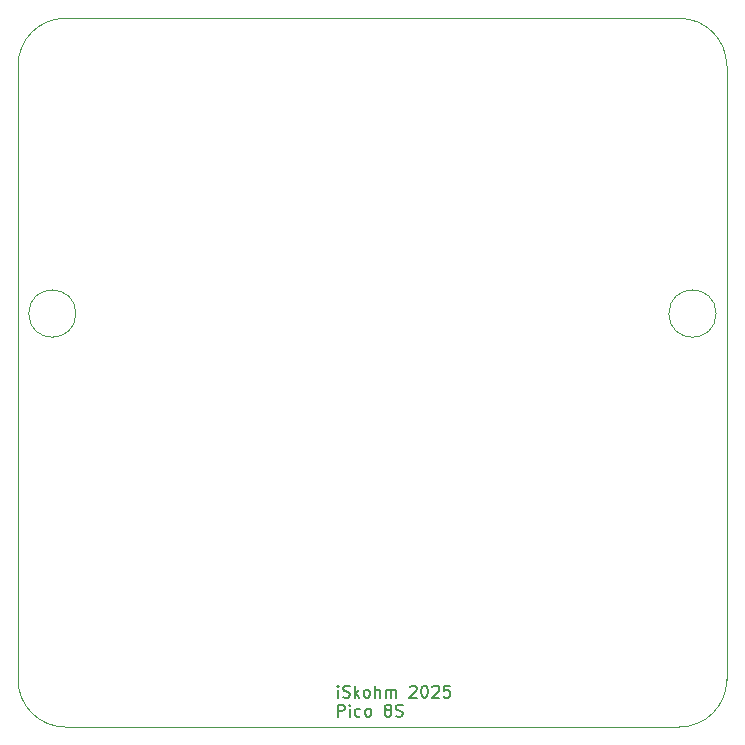
<source format=gbr>
%TF.GenerationSoftware,KiCad,Pcbnew,9.0.5*%
%TF.CreationDate,2025-10-27T16:41:44+01:00*%
%TF.ProjectId,motherboard,6d6f7468-6572-4626-9f61-72642e6b6963,rev?*%
%TF.SameCoordinates,Original*%
%TF.FileFunction,Profile,NP*%
%FSLAX46Y46*%
G04 Gerber Fmt 4.6, Leading zero omitted, Abs format (unit mm)*
G04 Created by KiCad (PCBNEW 9.0.5) date 2025-10-27 16:41:44*
%MOMM*%
%LPD*%
G01*
G04 APERTURE LIST*
%ADD10C,0.150000*%
%TA.AperFunction,Profile*%
%ADD11C,0.050000*%
%TD*%
G04 APERTURE END LIST*
D10*
X147236779Y-127459875D02*
X147236779Y-126793208D01*
X147236779Y-126459875D02*
X147189160Y-126507494D01*
X147189160Y-126507494D02*
X147236779Y-126555113D01*
X147236779Y-126555113D02*
X147284398Y-126507494D01*
X147284398Y-126507494D02*
X147236779Y-126459875D01*
X147236779Y-126459875D02*
X147236779Y-126555113D01*
X147665350Y-127412256D02*
X147808207Y-127459875D01*
X147808207Y-127459875D02*
X148046302Y-127459875D01*
X148046302Y-127459875D02*
X148141540Y-127412256D01*
X148141540Y-127412256D02*
X148189159Y-127364636D01*
X148189159Y-127364636D02*
X148236778Y-127269398D01*
X148236778Y-127269398D02*
X148236778Y-127174160D01*
X148236778Y-127174160D02*
X148189159Y-127078922D01*
X148189159Y-127078922D02*
X148141540Y-127031303D01*
X148141540Y-127031303D02*
X148046302Y-126983684D01*
X148046302Y-126983684D02*
X147855826Y-126936065D01*
X147855826Y-126936065D02*
X147760588Y-126888446D01*
X147760588Y-126888446D02*
X147712969Y-126840827D01*
X147712969Y-126840827D02*
X147665350Y-126745589D01*
X147665350Y-126745589D02*
X147665350Y-126650351D01*
X147665350Y-126650351D02*
X147712969Y-126555113D01*
X147712969Y-126555113D02*
X147760588Y-126507494D01*
X147760588Y-126507494D02*
X147855826Y-126459875D01*
X147855826Y-126459875D02*
X148093921Y-126459875D01*
X148093921Y-126459875D02*
X148236778Y-126507494D01*
X148665350Y-127459875D02*
X148665350Y-126459875D01*
X148760588Y-127078922D02*
X149046302Y-127459875D01*
X149046302Y-126793208D02*
X148665350Y-127174160D01*
X149617731Y-127459875D02*
X149522493Y-127412256D01*
X149522493Y-127412256D02*
X149474874Y-127364636D01*
X149474874Y-127364636D02*
X149427255Y-127269398D01*
X149427255Y-127269398D02*
X149427255Y-126983684D01*
X149427255Y-126983684D02*
X149474874Y-126888446D01*
X149474874Y-126888446D02*
X149522493Y-126840827D01*
X149522493Y-126840827D02*
X149617731Y-126793208D01*
X149617731Y-126793208D02*
X149760588Y-126793208D01*
X149760588Y-126793208D02*
X149855826Y-126840827D01*
X149855826Y-126840827D02*
X149903445Y-126888446D01*
X149903445Y-126888446D02*
X149951064Y-126983684D01*
X149951064Y-126983684D02*
X149951064Y-127269398D01*
X149951064Y-127269398D02*
X149903445Y-127364636D01*
X149903445Y-127364636D02*
X149855826Y-127412256D01*
X149855826Y-127412256D02*
X149760588Y-127459875D01*
X149760588Y-127459875D02*
X149617731Y-127459875D01*
X150379636Y-127459875D02*
X150379636Y-126459875D01*
X150808207Y-127459875D02*
X150808207Y-126936065D01*
X150808207Y-126936065D02*
X150760588Y-126840827D01*
X150760588Y-126840827D02*
X150665350Y-126793208D01*
X150665350Y-126793208D02*
X150522493Y-126793208D01*
X150522493Y-126793208D02*
X150427255Y-126840827D01*
X150427255Y-126840827D02*
X150379636Y-126888446D01*
X151284398Y-127459875D02*
X151284398Y-126793208D01*
X151284398Y-126888446D02*
X151332017Y-126840827D01*
X151332017Y-126840827D02*
X151427255Y-126793208D01*
X151427255Y-126793208D02*
X151570112Y-126793208D01*
X151570112Y-126793208D02*
X151665350Y-126840827D01*
X151665350Y-126840827D02*
X151712969Y-126936065D01*
X151712969Y-126936065D02*
X151712969Y-127459875D01*
X151712969Y-126936065D02*
X151760588Y-126840827D01*
X151760588Y-126840827D02*
X151855826Y-126793208D01*
X151855826Y-126793208D02*
X151998683Y-126793208D01*
X151998683Y-126793208D02*
X152093922Y-126840827D01*
X152093922Y-126840827D02*
X152141541Y-126936065D01*
X152141541Y-126936065D02*
X152141541Y-127459875D01*
X153332017Y-126555113D02*
X153379636Y-126507494D01*
X153379636Y-126507494D02*
X153474874Y-126459875D01*
X153474874Y-126459875D02*
X153712969Y-126459875D01*
X153712969Y-126459875D02*
X153808207Y-126507494D01*
X153808207Y-126507494D02*
X153855826Y-126555113D01*
X153855826Y-126555113D02*
X153903445Y-126650351D01*
X153903445Y-126650351D02*
X153903445Y-126745589D01*
X153903445Y-126745589D02*
X153855826Y-126888446D01*
X153855826Y-126888446D02*
X153284398Y-127459875D01*
X153284398Y-127459875D02*
X153903445Y-127459875D01*
X154522493Y-126459875D02*
X154617731Y-126459875D01*
X154617731Y-126459875D02*
X154712969Y-126507494D01*
X154712969Y-126507494D02*
X154760588Y-126555113D01*
X154760588Y-126555113D02*
X154808207Y-126650351D01*
X154808207Y-126650351D02*
X154855826Y-126840827D01*
X154855826Y-126840827D02*
X154855826Y-127078922D01*
X154855826Y-127078922D02*
X154808207Y-127269398D01*
X154808207Y-127269398D02*
X154760588Y-127364636D01*
X154760588Y-127364636D02*
X154712969Y-127412256D01*
X154712969Y-127412256D02*
X154617731Y-127459875D01*
X154617731Y-127459875D02*
X154522493Y-127459875D01*
X154522493Y-127459875D02*
X154427255Y-127412256D01*
X154427255Y-127412256D02*
X154379636Y-127364636D01*
X154379636Y-127364636D02*
X154332017Y-127269398D01*
X154332017Y-127269398D02*
X154284398Y-127078922D01*
X154284398Y-127078922D02*
X154284398Y-126840827D01*
X154284398Y-126840827D02*
X154332017Y-126650351D01*
X154332017Y-126650351D02*
X154379636Y-126555113D01*
X154379636Y-126555113D02*
X154427255Y-126507494D01*
X154427255Y-126507494D02*
X154522493Y-126459875D01*
X155236779Y-126555113D02*
X155284398Y-126507494D01*
X155284398Y-126507494D02*
X155379636Y-126459875D01*
X155379636Y-126459875D02*
X155617731Y-126459875D01*
X155617731Y-126459875D02*
X155712969Y-126507494D01*
X155712969Y-126507494D02*
X155760588Y-126555113D01*
X155760588Y-126555113D02*
X155808207Y-126650351D01*
X155808207Y-126650351D02*
X155808207Y-126745589D01*
X155808207Y-126745589D02*
X155760588Y-126888446D01*
X155760588Y-126888446D02*
X155189160Y-127459875D01*
X155189160Y-127459875D02*
X155808207Y-127459875D01*
X156712969Y-126459875D02*
X156236779Y-126459875D01*
X156236779Y-126459875D02*
X156189160Y-126936065D01*
X156189160Y-126936065D02*
X156236779Y-126888446D01*
X156236779Y-126888446D02*
X156332017Y-126840827D01*
X156332017Y-126840827D02*
X156570112Y-126840827D01*
X156570112Y-126840827D02*
X156665350Y-126888446D01*
X156665350Y-126888446D02*
X156712969Y-126936065D01*
X156712969Y-126936065D02*
X156760588Y-127031303D01*
X156760588Y-127031303D02*
X156760588Y-127269398D01*
X156760588Y-127269398D02*
X156712969Y-127364636D01*
X156712969Y-127364636D02*
X156665350Y-127412256D01*
X156665350Y-127412256D02*
X156570112Y-127459875D01*
X156570112Y-127459875D02*
X156332017Y-127459875D01*
X156332017Y-127459875D02*
X156236779Y-127412256D01*
X156236779Y-127412256D02*
X156189160Y-127364636D01*
X147236779Y-129069819D02*
X147236779Y-128069819D01*
X147236779Y-128069819D02*
X147617731Y-128069819D01*
X147617731Y-128069819D02*
X147712969Y-128117438D01*
X147712969Y-128117438D02*
X147760588Y-128165057D01*
X147760588Y-128165057D02*
X147808207Y-128260295D01*
X147808207Y-128260295D02*
X147808207Y-128403152D01*
X147808207Y-128403152D02*
X147760588Y-128498390D01*
X147760588Y-128498390D02*
X147712969Y-128546009D01*
X147712969Y-128546009D02*
X147617731Y-128593628D01*
X147617731Y-128593628D02*
X147236779Y-128593628D01*
X148236779Y-129069819D02*
X148236779Y-128403152D01*
X148236779Y-128069819D02*
X148189160Y-128117438D01*
X148189160Y-128117438D02*
X148236779Y-128165057D01*
X148236779Y-128165057D02*
X148284398Y-128117438D01*
X148284398Y-128117438D02*
X148236779Y-128069819D01*
X148236779Y-128069819D02*
X148236779Y-128165057D01*
X149141540Y-129022200D02*
X149046302Y-129069819D01*
X149046302Y-129069819D02*
X148855826Y-129069819D01*
X148855826Y-129069819D02*
X148760588Y-129022200D01*
X148760588Y-129022200D02*
X148712969Y-128974580D01*
X148712969Y-128974580D02*
X148665350Y-128879342D01*
X148665350Y-128879342D02*
X148665350Y-128593628D01*
X148665350Y-128593628D02*
X148712969Y-128498390D01*
X148712969Y-128498390D02*
X148760588Y-128450771D01*
X148760588Y-128450771D02*
X148855826Y-128403152D01*
X148855826Y-128403152D02*
X149046302Y-128403152D01*
X149046302Y-128403152D02*
X149141540Y-128450771D01*
X149712969Y-129069819D02*
X149617731Y-129022200D01*
X149617731Y-129022200D02*
X149570112Y-128974580D01*
X149570112Y-128974580D02*
X149522493Y-128879342D01*
X149522493Y-128879342D02*
X149522493Y-128593628D01*
X149522493Y-128593628D02*
X149570112Y-128498390D01*
X149570112Y-128498390D02*
X149617731Y-128450771D01*
X149617731Y-128450771D02*
X149712969Y-128403152D01*
X149712969Y-128403152D02*
X149855826Y-128403152D01*
X149855826Y-128403152D02*
X149951064Y-128450771D01*
X149951064Y-128450771D02*
X149998683Y-128498390D01*
X149998683Y-128498390D02*
X150046302Y-128593628D01*
X150046302Y-128593628D02*
X150046302Y-128879342D01*
X150046302Y-128879342D02*
X149998683Y-128974580D01*
X149998683Y-128974580D02*
X149951064Y-129022200D01*
X149951064Y-129022200D02*
X149855826Y-129069819D01*
X149855826Y-129069819D02*
X149712969Y-129069819D01*
X151379636Y-128498390D02*
X151284398Y-128450771D01*
X151284398Y-128450771D02*
X151236779Y-128403152D01*
X151236779Y-128403152D02*
X151189160Y-128307914D01*
X151189160Y-128307914D02*
X151189160Y-128260295D01*
X151189160Y-128260295D02*
X151236779Y-128165057D01*
X151236779Y-128165057D02*
X151284398Y-128117438D01*
X151284398Y-128117438D02*
X151379636Y-128069819D01*
X151379636Y-128069819D02*
X151570112Y-128069819D01*
X151570112Y-128069819D02*
X151665350Y-128117438D01*
X151665350Y-128117438D02*
X151712969Y-128165057D01*
X151712969Y-128165057D02*
X151760588Y-128260295D01*
X151760588Y-128260295D02*
X151760588Y-128307914D01*
X151760588Y-128307914D02*
X151712969Y-128403152D01*
X151712969Y-128403152D02*
X151665350Y-128450771D01*
X151665350Y-128450771D02*
X151570112Y-128498390D01*
X151570112Y-128498390D02*
X151379636Y-128498390D01*
X151379636Y-128498390D02*
X151284398Y-128546009D01*
X151284398Y-128546009D02*
X151236779Y-128593628D01*
X151236779Y-128593628D02*
X151189160Y-128688866D01*
X151189160Y-128688866D02*
X151189160Y-128879342D01*
X151189160Y-128879342D02*
X151236779Y-128974580D01*
X151236779Y-128974580D02*
X151284398Y-129022200D01*
X151284398Y-129022200D02*
X151379636Y-129069819D01*
X151379636Y-129069819D02*
X151570112Y-129069819D01*
X151570112Y-129069819D02*
X151665350Y-129022200D01*
X151665350Y-129022200D02*
X151712969Y-128974580D01*
X151712969Y-128974580D02*
X151760588Y-128879342D01*
X151760588Y-128879342D02*
X151760588Y-128688866D01*
X151760588Y-128688866D02*
X151712969Y-128593628D01*
X151712969Y-128593628D02*
X151665350Y-128546009D01*
X151665350Y-128546009D02*
X151570112Y-128498390D01*
X152141541Y-129022200D02*
X152284398Y-129069819D01*
X152284398Y-129069819D02*
X152522493Y-129069819D01*
X152522493Y-129069819D02*
X152617731Y-129022200D01*
X152617731Y-129022200D02*
X152665350Y-128974580D01*
X152665350Y-128974580D02*
X152712969Y-128879342D01*
X152712969Y-128879342D02*
X152712969Y-128784104D01*
X152712969Y-128784104D02*
X152665350Y-128688866D01*
X152665350Y-128688866D02*
X152617731Y-128641247D01*
X152617731Y-128641247D02*
X152522493Y-128593628D01*
X152522493Y-128593628D02*
X152332017Y-128546009D01*
X152332017Y-128546009D02*
X152236779Y-128498390D01*
X152236779Y-128498390D02*
X152189160Y-128450771D01*
X152189160Y-128450771D02*
X152141541Y-128355533D01*
X152141541Y-128355533D02*
X152141541Y-128260295D01*
X152141541Y-128260295D02*
X152189160Y-128165057D01*
X152189160Y-128165057D02*
X152236779Y-128117438D01*
X152236779Y-128117438D02*
X152332017Y-128069819D01*
X152332017Y-128069819D02*
X152570112Y-128069819D01*
X152570112Y-128069819D02*
X152712969Y-128117438D01*
D11*
X179250000Y-94950000D02*
G75*
G02*
X175250000Y-94950000I-2000000J0D01*
G01*
X175250000Y-94950000D02*
G75*
G02*
X179250000Y-94950000I2000000J0D01*
G01*
X125050000Y-94950000D02*
G75*
G02*
X121050000Y-94950000I-2000000J0D01*
G01*
X121050000Y-94950000D02*
G75*
G02*
X125050000Y-94950000I2000000J0D01*
G01*
X120150000Y-73950000D02*
X120150000Y-125950000D01*
X176150000Y-69950000D02*
X124150000Y-69950000D01*
X180150000Y-125950000D02*
X180150000Y-73950000D01*
X124150000Y-129950000D02*
X176150000Y-129950000D01*
X124150000Y-129950000D02*
G75*
G02*
X120150000Y-125950000I0J4000000D01*
G01*
X180150000Y-125950000D02*
G75*
G02*
X176150000Y-129950000I-4000000J0D01*
G01*
X176150000Y-69950000D02*
G75*
G02*
X180150000Y-73950000I0J-4000000D01*
G01*
X120150000Y-73950000D02*
G75*
G02*
X124150000Y-69950000I4000000J0D01*
G01*
M02*

</source>
